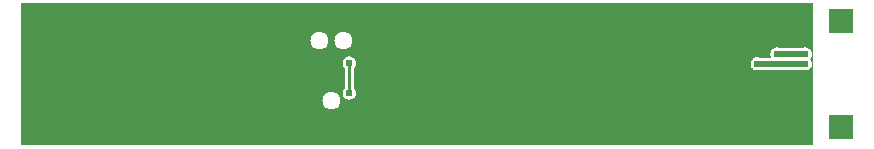
<source format=gbr>
G04 start of page 3 for group 1 idx 1 *
G04 Title: (unknown), bottom *
G04 Creator: pcb 20140316 *
G04 CreationDate: Thu 20 Aug 2020 03:01:14 AM GMT UTC *
G04 For: railfan *
G04 Format: Gerber/RS-274X *
G04 PCB-Dimensions (mil): 3100.00 750.00 *
G04 PCB-Coordinate-Origin: lower left *
%MOIN*%
%FSLAX25Y25*%
%LNBOTTOM*%
%ADD39C,0.0480*%
%ADD38C,0.0390*%
%ADD37C,0.0120*%
%ADD36C,0.0240*%
%ADD35C,0.0200*%
%ADD34C,0.0100*%
%ADD33C,0.0001*%
G54D33*G36*
X265497Y63000D02*X276000D01*
Y15500D01*
X265497D01*
Y40740D01*
X272580D01*
X272818Y40641D01*
X273155Y40560D01*
X273500Y40533D01*
X273845Y40560D01*
X274182Y40641D01*
X274502Y40774D01*
X274797Y40955D01*
X275060Y41180D01*
X275285Y41443D01*
X275466Y41738D01*
X275599Y42058D01*
X275680Y42395D01*
X275700Y42740D01*
X275680Y43085D01*
X275599Y43422D01*
X275466Y43742D01*
X275285Y44037D01*
X275060Y44300D01*
X274979Y44370D01*
X275060Y44440D01*
X275285Y44703D01*
X275466Y44998D01*
X275599Y45318D01*
X275680Y45655D01*
X275700Y46000D01*
X275680Y46345D01*
X275599Y46682D01*
X275466Y47002D01*
X275285Y47297D01*
X275060Y47560D01*
X274797Y47785D01*
X274502Y47966D01*
X274182Y48099D01*
X273845Y48180D01*
X273500Y48207D01*
X273155Y48180D01*
X272818Y48099D01*
X272580Y48000D01*
X265497D01*
Y63000D01*
G37*
G36*
X121497D02*X265497D01*
Y48000D01*
X264920D01*
X264682Y48099D01*
X264345Y48180D01*
X264000Y48207D01*
X263655Y48180D01*
X263318Y48099D01*
X262998Y47966D01*
X262703Y47785D01*
X262440Y47560D01*
X262215Y47297D01*
X262034Y47002D01*
X261901Y46682D01*
X261820Y46345D01*
X261793Y46000D01*
X261820Y45655D01*
X261901Y45318D01*
X262034Y44998D01*
X262192Y44740D01*
X258420D01*
X258182Y44839D01*
X257845Y44920D01*
X257500Y44947D01*
X257155Y44920D01*
X256818Y44839D01*
X256498Y44706D01*
X256203Y44525D01*
X255940Y44300D01*
X255715Y44037D01*
X255534Y43742D01*
X255401Y43422D01*
X255320Y43085D01*
X255293Y42740D01*
X255320Y42395D01*
X255401Y42058D01*
X255534Y41738D01*
X255715Y41443D01*
X255940Y41180D01*
X256203Y40955D01*
X256498Y40774D01*
X256818Y40641D01*
X257155Y40560D01*
X257500Y40533D01*
X257845Y40560D01*
X258182Y40641D01*
X258420Y40740D01*
X265497D01*
Y15500D01*
X121497D01*
Y30793D01*
X121500Y30793D01*
X121845Y30820D01*
X122182Y30901D01*
X122502Y31034D01*
X122797Y31215D01*
X123060Y31440D01*
X123285Y31703D01*
X123466Y31998D01*
X123599Y32318D01*
X123680Y32655D01*
X123700Y33000D01*
X123680Y33345D01*
X123599Y33682D01*
X123466Y34002D01*
X123285Y34297D01*
X123060Y34560D01*
X123000Y34612D01*
Y41388D01*
X123060Y41440D01*
X123285Y41703D01*
X123466Y41998D01*
X123599Y42318D01*
X123680Y42655D01*
X123700Y43000D01*
X123680Y43345D01*
X123599Y43682D01*
X123466Y44002D01*
X123285Y44297D01*
X123060Y44560D01*
X122797Y44785D01*
X122502Y44966D01*
X122182Y45099D01*
X121845Y45180D01*
X121500Y45207D01*
X121497Y45207D01*
Y48326D01*
X121592Y48408D01*
X121894Y48761D01*
X122137Y49157D01*
X122314Y49586D01*
X122423Y50037D01*
X122450Y50500D01*
X122423Y50963D01*
X122314Y51414D01*
X122137Y51843D01*
X121894Y52239D01*
X121592Y52592D01*
X121497Y52674D01*
Y63000D01*
G37*
G36*
X115495D02*X121497D01*
Y52674D01*
X121239Y52894D01*
X120843Y53137D01*
X120414Y53314D01*
X119963Y53423D01*
X119500Y53459D01*
X119037Y53423D01*
X118586Y53314D01*
X118157Y53137D01*
X117761Y52894D01*
X117408Y52592D01*
X117106Y52239D01*
X116863Y51843D01*
X116686Y51414D01*
X116577Y50963D01*
X116541Y50500D01*
X116577Y50037D01*
X116686Y49586D01*
X116863Y49157D01*
X117106Y48761D01*
X117408Y48408D01*
X117761Y48106D01*
X118157Y47863D01*
X118586Y47686D01*
X119037Y47577D01*
X119500Y47541D01*
X119963Y47577D01*
X120414Y47686D01*
X120843Y47863D01*
X121239Y48106D01*
X121497Y48326D01*
Y45207D01*
X121155Y45180D01*
X120818Y45099D01*
X120498Y44966D01*
X120203Y44785D01*
X119940Y44560D01*
X119715Y44297D01*
X119534Y44002D01*
X119401Y43682D01*
X119320Y43345D01*
X119293Y43000D01*
X119320Y42655D01*
X119401Y42318D01*
X119534Y41998D01*
X119715Y41703D01*
X119940Y41440D01*
X120000Y41388D01*
Y34612D01*
X119940Y34560D01*
X119715Y34297D01*
X119534Y34002D01*
X119401Y33682D01*
X119320Y33345D01*
X119293Y33000D01*
X119320Y32655D01*
X119401Y32318D01*
X119534Y31998D01*
X119715Y31703D01*
X119940Y31440D01*
X120203Y31215D01*
X120498Y31034D01*
X120818Y30901D01*
X121155Y30820D01*
X121497Y30793D01*
Y15500D01*
X115495D01*
Y27541D01*
X115500Y27541D01*
X115963Y27577D01*
X116414Y27686D01*
X116843Y27863D01*
X117239Y28106D01*
X117592Y28408D01*
X117894Y28761D01*
X118137Y29157D01*
X118314Y29586D01*
X118423Y30037D01*
X118450Y30500D01*
X118423Y30963D01*
X118314Y31414D01*
X118137Y31843D01*
X117894Y32239D01*
X117592Y32592D01*
X117239Y32894D01*
X116843Y33137D01*
X116414Y33314D01*
X115963Y33423D01*
X115500Y33459D01*
X115495Y33459D01*
Y63000D01*
G37*
G36*
X111495D02*X115495D01*
Y33459D01*
X115037Y33423D01*
X114586Y33314D01*
X114157Y33137D01*
X113761Y32894D01*
X113408Y32592D01*
X113106Y32239D01*
X112863Y31843D01*
X112686Y31414D01*
X112577Y30963D01*
X112541Y30500D01*
X112577Y30037D01*
X112686Y29586D01*
X112863Y29157D01*
X113106Y28761D01*
X113408Y28408D01*
X113761Y28106D01*
X114157Y27863D01*
X114586Y27686D01*
X115037Y27577D01*
X115495Y27541D01*
Y15500D01*
X111495D01*
Y47541D01*
X111500Y47541D01*
X111963Y47577D01*
X112414Y47686D01*
X112843Y47863D01*
X113239Y48106D01*
X113592Y48408D01*
X113894Y48761D01*
X114137Y49157D01*
X114314Y49586D01*
X114423Y50037D01*
X114450Y50500D01*
X114423Y50963D01*
X114314Y51414D01*
X114137Y51843D01*
X113894Y52239D01*
X113592Y52592D01*
X113239Y52894D01*
X112843Y53137D01*
X112414Y53314D01*
X111963Y53423D01*
X111500Y53459D01*
X111495Y53459D01*
Y63000D01*
G37*
G36*
X12000D02*X111495D01*
Y53459D01*
X111037Y53423D01*
X110586Y53314D01*
X110157Y53137D01*
X109761Y52894D01*
X109408Y52592D01*
X109106Y52239D01*
X108863Y51843D01*
X108686Y51414D01*
X108577Y50963D01*
X108541Y50500D01*
X108577Y50037D01*
X108686Y49586D01*
X108863Y49157D01*
X109106Y48761D01*
X109408Y48408D01*
X109761Y48106D01*
X110157Y47863D01*
X110586Y47686D01*
X111037Y47577D01*
X111495Y47541D01*
Y15500D01*
X12000D01*
Y63000D01*
G37*
G54D34*X121500Y33000D02*Y43000D01*
G54D35*X257500Y42740D02*X273500D01*
X264000Y46000D02*X273500D01*
G54D33*G36*
X281500Y25500D02*Y17500D01*
X289500D01*
Y25500D01*
X281500D01*
G37*
G36*
Y61000D02*Y53000D01*
X289500D01*
Y61000D01*
X281500D01*
G37*
G54D36*X23000Y27500D03*
X121500Y43000D03*
Y33000D03*
X91000Y38000D03*
X99000Y24500D03*
Y21500D03*
X109500Y45500D03*
X97000Y28000D03*
X94500Y30000D03*
X181500Y39250D03*
X186500D03*
X191500D03*
X210000Y51000D03*
X144500Y32000D03*
Y35000D03*
X273500Y46000D03*
Y42740D03*
X264000Y46000D03*
X257500Y42740D03*
X247000Y39000D03*
X249500Y52500D03*
X236000Y27500D03*
G54D37*G54D38*G54D39*M02*

</source>
